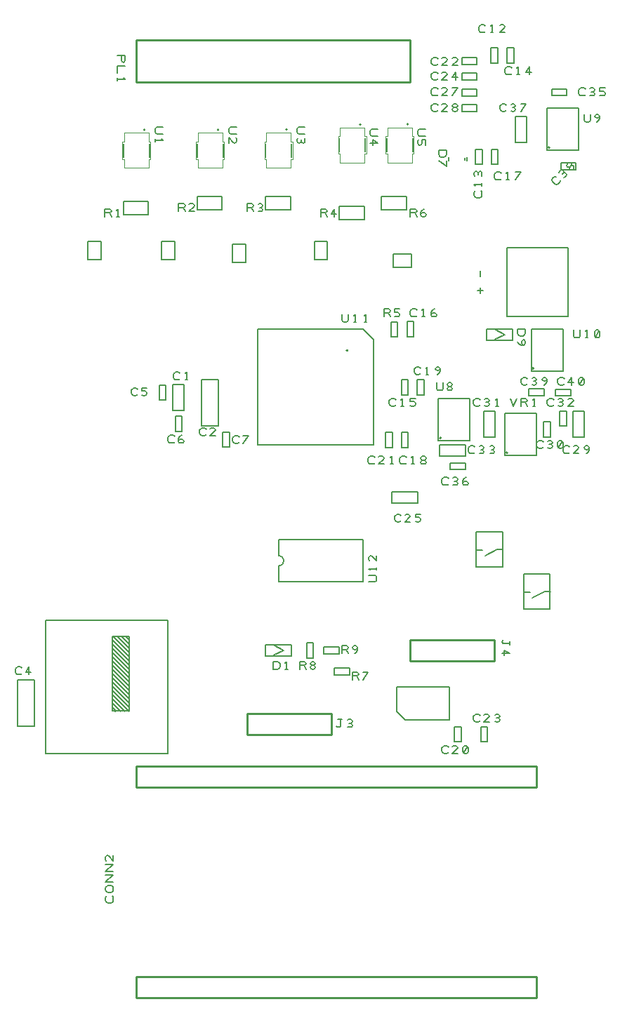
<source format=gbr>
G04 DesignSpark PCB Gerber Version 9.0 Build 5138 *
%FSLAX35Y35*%
%MOIN*%
%ADD138C,0.00197*%
%ADD93C,0.00500*%
%ADD136C,0.00600*%
%ADD137C,0.00787*%
%ADD10C,0.00800*%
%ADD135C,0.01000*%
X0Y0D02*
D02*
D10*
X88250Y291950D02*
X82950D01*
Y304250*
X88250*
Y291950*
X178100Y325600D02*
Y275600D01*
X123100*
Y330600*
X173100*
X178100Y325600*
X186950Y247950D02*
Y253250D01*
X199250*
Y247950*
X186950*
X208840Y297718D02*
X223840D01*
Y277718*
X208840*
Y297718*
X209948Y279453D02*
G75*
G03Y278559J-447D01*
G01*
G75*
G03Y279453J447*
G01*
X221750Y275750D02*
Y270450D01*
X209450*
Y275750*
X221750*
X230450Y291750D02*
X235750D01*
Y279450*
X230450*
Y291750*
X240600Y290600D02*
X255600D01*
Y270600*
X240600*
Y290600*
X241359Y272407D02*
G75*
G03Y271514J-447D01*
G01*
G75*
G03Y272407J447*
G01*
X253100Y330600D02*
X268100D01*
Y310600*
X253100*
Y330600*
X253859Y312407D02*
G75*
G03Y311514J-447D01*
G01*
G75*
G03Y312407J447*
G01*
X260600Y435600D02*
X275600D01*
Y415600*
X260600*
Y435600*
X261359Y417407D02*
G75*
G03Y416514J-447D01*
G01*
G75*
G03Y417407J447*
G01*
X272950Y291750D02*
X278250D01*
Y279450*
X272950*
Y291750*
D02*
D93*
X11225Y167163D02*
X10913Y166850D01*
X10287Y166537*
X9350*
X8725Y166850*
X8413Y167163*
X8100Y167787*
Y169037*
X8413Y169663*
X8725Y169975*
X9350Y170287*
X10287*
X10913Y169975*
X11225Y169663*
X14663Y166537D02*
Y170287D01*
X13100Y167787*
X15600*
X9100Y164100D02*
Y142100D01*
X17100*
Y164100*
X9100*
X22600Y192300D02*
Y128900D01*
X80600*
Y192300*
X22600*
X42509Y372309D02*
Y363648D01*
X48809*
Y372309*
X42509*
X50600Y384037D02*
Y387787D01*
X52787*
X53413Y387475*
X53725Y386850*
X53413Y386225*
X52787Y385913*
X50600*
X52787D02*
X53725Y384037D01*
X56225D02*
X57475D01*
X56850D02*
Y387787D01*
X56225Y387163*
X54200Y184600D02*
Y149200D01*
X62100*
Y184600*
X54200*
X54037Y61225D02*
X54350Y60913D01*
X54663Y60287*
Y59350*
X54350Y58725*
X54037Y58413*
X53413Y58100*
X52163*
X51537Y58413*
X51225Y58725*
X50913Y59350*
Y60287*
X51225Y60913*
X51537Y61225*
X53413Y63100D02*
X52163D01*
X51537Y63413*
X51225Y63725*
X50913Y64350*
Y64975*
X51225Y65600*
X51537Y65913*
X52163Y66225*
X53413*
X54037Y65913*
X54350Y65600*
X54663Y64975*
Y64350*
X54350Y63725*
X54037Y63413*
X53413Y63100*
X54663Y68100D02*
X50913D01*
X54663Y71225*
X50913*
X54663Y73100D02*
X50913D01*
X54663Y76225*
X50913*
X54663Y80600D02*
Y78100D01*
X52475Y80287*
X51850Y80600*
X51225Y80287*
X50913Y79663*
Y78725*
X51225Y78100*
X55600Y149100D02*
Y149600D01*
X54600Y150600*
X56537Y460600D02*
X60287D01*
Y458413*
X59975Y457787*
X59350Y457475*
X58725Y457787*
X58413Y458413*
Y460600*
X60287Y455600D02*
X56537D01*
Y452475*
Y449975D02*
Y448725D01*
Y449350D02*
X60287D01*
X59663Y449975*
X58100Y149100D02*
X54600Y152600D01*
X59458Y418750D02*
Y412450D01*
X60100Y149100D02*
X54600Y154600D01*
X60600Y184600D02*
X62100Y183100D01*
Y181100*
X58600Y184600*
X56600*
X62100Y179100*
Y177100*
X54600Y184600*
X62100Y149100D02*
X54600Y156600D01*
X62100Y151100D02*
X54600Y158600D01*
X62100Y153100D02*
X54600Y160600D01*
X62100Y155100D02*
X54600Y162600D01*
X62100Y157100D02*
X54600Y164600D01*
X62100Y159100D02*
X54600Y166600D01*
X62100Y161100D02*
X54600Y168600D01*
X62100Y163100D02*
X54600Y170600D01*
X62100Y165100D02*
X54600Y172600D01*
X62100Y167100D02*
X54600Y174600D01*
X62100Y169100D02*
X54600Y176600D01*
X62100Y171100D02*
X54600Y178600D01*
X62100Y173100D02*
X54600Y180600D01*
X62100Y175100D02*
X54600Y182600D01*
X66225Y299663D02*
X65913Y299350D01*
X65287Y299037*
X64350*
X63725Y299350*
X63413Y299663*
X63100Y300287*
Y301537*
X63413Y302163*
X63725Y302475*
X64350Y302787*
X65287*
X65913Y302475*
X66225Y302163*
X68100Y299350D02*
X68725Y299037D01*
X69663*
X70287Y299350*
X70600Y299975*
Y300287*
X70287Y300913*
X69663Y301225*
X68100*
Y302787*
X70600*
X71200Y385000D02*
X59500D01*
Y391250*
X71200*
Y385000*
X71742Y412450D02*
Y418750D01*
X78161Y426624D02*
X75349D01*
X74724Y426311*
X74411Y425686*
Y424436*
X74724Y423811*
X75349Y423498*
X78161*
X74411Y420998D02*
Y419748D01*
Y420374D02*
X78161D01*
X77537Y420998*
X77509Y372309D02*
Y363648D01*
X83809*
Y372309*
X77509*
X79600Y297000D02*
X76400D01*
Y304100*
X79600*
Y297000*
X83725Y277163D02*
X83413Y276850D01*
X82787Y276537*
X81850*
X81225Y276850*
X80913Y277163*
X80600Y277787*
Y279037*
X80913Y279663*
X81225Y279975*
X81850Y280287*
X82787*
X83413Y279975*
X83725Y279663*
X85600Y277475D02*
X85913Y278100D01*
X86537Y278413*
X87163*
X87787Y278100*
X88100Y277475*
X87787Y276850*
X87163Y276537*
X86537*
X85913Y276850*
X85600Y277475*
Y278413*
X85913Y279350*
X86537Y279975*
X87163Y280287*
X86225Y307163D02*
X85913Y306850D01*
X85287Y306537*
X84350*
X83725Y306850*
X83413Y307163*
X83100Y307787*
Y309037*
X83413Y309663*
X83725Y309975*
X84350Y310287*
X85287*
X85913Y309975*
X86225Y309663*
X88725Y306537D02*
X89975D01*
X89350D02*
Y310287D01*
X88725Y309663*
X84100Y289200D02*
X87300D01*
Y282100*
X84100*
Y289200*
X85600Y386537D02*
Y390287D01*
X87787*
X88413Y389975*
X88725Y389350*
X88413Y388725*
X87787Y388413*
X85600*
X87787D02*
X88725Y386537D01*
X93100D02*
X90600D01*
X92787Y388725*
X93100Y389350*
X92787Y389975*
X92163Y390287*
X91225*
X90600Y389975*
X94458Y418750D02*
Y412450D01*
X98725Y280663D02*
X98413Y280350D01*
X97787Y280037*
X96850*
X96225Y280350*
X95913Y280663*
X95600Y281287*
Y282537*
X95913Y283163*
X96225Y283475*
X96850Y283787*
X97787*
X98413Y283475*
X98725Y283163*
X103100Y280037D02*
X100600D01*
X102787Y282225*
X103100Y282850*
X102787Y283475*
X102163Y283787*
X101225*
X100600Y283475*
X96600Y306600D02*
Y284600D01*
X104600*
Y306600*
X96600*
X106200Y387500D02*
X94500D01*
Y393750*
X106200*
Y387500*
X106600Y281700D02*
X109800D01*
Y274600*
X106600*
Y281700*
X106742Y412450D02*
Y418750D01*
X113161Y426624D02*
X110349D01*
X109724Y426311*
X109411Y425686*
Y424436*
X109724Y423811*
X110349Y423498*
X113161*
X109411Y419124D02*
Y421624D01*
X111599Y419436*
X112224Y419124*
X112849Y419436*
X113161Y420061*
Y420998*
X112849Y421624*
X111109Y370909D02*
Y362248D01*
X117409*
Y370909*
X111109*
X114425Y276963D02*
X114113Y276650D01*
X113487Y276337*
X112550*
X111925Y276650*
X111613Y276963*
X111300Y277587*
Y278837*
X111613Y279463*
X111925Y279775*
X112550Y280087*
X113487*
X114113Y279775*
X114425Y279463*
X116300Y276337D02*
X118800Y280087D01*
X116300*
X118100Y386537D02*
Y390287D01*
X120287*
X120913Y389975*
X121225Y389350*
X120913Y388725*
X120287Y388413*
X118100*
X120287D02*
X121225Y386537D01*
X123413Y386850D02*
X124037Y386537D01*
X124663*
X125287Y386850*
X125600Y387475*
X125287Y388100*
X124663Y388413*
X124037*
X124663D02*
X125287Y388725D01*
X125600Y389350*
X125287Y389975*
X124663Y390287*
X124037*
X123413Y389975*
X126958Y418750D02*
Y412450D01*
X130600Y169037D02*
Y172787D01*
X132475*
X133100Y172475*
X133413Y172163*
X133725Y171537*
Y170287*
X133413Y169663*
X133100Y169350*
X132475Y169037*
X130600*
X136225D02*
X137475D01*
X136850D02*
Y172787D01*
X136225Y172163*
X130600Y180600D02*
X135600Y178100D01*
X130600Y175600*
X133100Y230600D02*
Y223100D01*
G75*
G02X135600Y220600J-2500*
G01*
G75*
G02X133100Y218100I-2500*
G01*
Y210600*
X173100*
Y230600*
X133100*
X138700Y387500D02*
X127000D01*
Y393750*
X138700*
Y387500*
X139242Y412450D02*
Y418750D01*
X139250Y180750D02*
Y175450D01*
X126950*
Y180750*
X139250*
X145661Y426624D02*
X142849D01*
X142224Y426311*
X141911Y425686*
Y424436*
X142224Y423811*
X142849Y423498*
X145661*
X142224Y421311D02*
X141911Y420686D01*
Y420061*
X142224Y419436*
X142849Y419124*
X143474Y419436*
X143787Y420061*
Y420686*
Y420061D02*
X144099Y419436D01*
X144724Y419124*
X145349Y419436*
X145661Y420061*
Y420686*
X145349Y421311*
X143100Y169037D02*
Y172787D01*
X145287*
X145913Y172475*
X146225Y171850*
X145913Y171225*
X145287Y170913*
X143100*
X145287D02*
X146225Y169037D01*
X149037Y170913D02*
X149663D01*
X150287Y171225*
X150600Y171850*
X150287Y172475*
X149663Y172787*
X149037*
X148413Y172475*
X148100Y171850*
X148413Y171225*
X149037Y170913*
X148413Y170600*
X148100Y169975*
X148413Y169350*
X149037Y169037*
X149663*
X150287Y169350*
X150600Y169975*
X150287Y170600*
X149663Y170913*
X149600Y174500D02*
X146400D01*
Y181600*
X149600*
Y174500*
X150009Y372309D02*
Y363648D01*
X156309*
Y372309*
X150009*
X153100Y384037D02*
Y387787D01*
X155287*
X155913Y387475*
X156225Y386850*
X155913Y386225*
X155287Y385913*
X153100*
X155287D02*
X156225Y384037D01*
X159663D02*
Y387787D01*
X158100Y385287*
X160600*
Y142163D02*
X160913Y141850D01*
X161537Y141537*
X162163Y141850*
X162475Y142163*
Y145287*
X163100*
X162475D02*
X161225D01*
X165913Y141850D02*
X166537Y141537D01*
X167163*
X167787Y141850*
X168100Y142475*
X167787Y143100*
X167163Y143413*
X166537*
X167163D02*
X167787Y143725D01*
X168100Y144350*
X167787Y144975*
X167163Y145287*
X166537*
X165913Y144975*
X161700Y179600D02*
Y176400D01*
X154600*
Y179600*
X161700*
X161958Y421250D02*
Y414950D01*
X163100Y176537D02*
Y180287D01*
X165287*
X165913Y179975*
X166225Y179350*
X165913Y178725*
X165287Y178413*
X163100*
X165287D02*
X166225Y176537D01*
X169037D02*
X169663Y176850D01*
X170287Y177475*
X170600Y178413*
Y179350*
X170287Y179975*
X169663Y180287*
X169037*
X168413Y179975*
X168100Y179350*
X168413Y178725*
X169037Y178413*
X169663*
X170287Y178725*
X170600Y179350*
X163100Y337787D02*
Y334975D01*
X163413Y334350*
X164037Y334037*
X165287*
X165913Y334350*
X166225Y334975*
Y337787*
X168725Y334037D02*
X169975D01*
X169350D02*
Y337787D01*
X168725Y337163*
X173725Y334037D02*
X174975D01*
X174350D02*
Y337787D01*
X173725Y337163*
X166700Y169600D02*
Y166400D01*
X159600*
Y169600*
X166700*
X168100Y164037D02*
Y167787D01*
X170287*
X170913Y167475*
X171225Y166850*
X170913Y166225*
X170287Y165913*
X168100*
X170287D02*
X171225Y164037D01*
X173100D02*
X175600Y167787D01*
X173100*
X173700Y382634D02*
X162000D01*
Y388884*
X173700*
Y382634*
X174242Y414950D02*
Y421250D01*
X178725Y267163D02*
X178413Y266850D01*
X177787Y266537*
X176850*
X176225Y266850*
X175913Y267163*
X175600Y267787*
Y269037*
X175913Y269663*
X176225Y269975*
X176850Y270287*
X177787*
X178413Y269975*
X178725Y269663*
X183100Y266537D02*
X180600D01*
X182787Y268725*
X183100Y269350*
X182787Y269975*
X182163Y270287*
X181225*
X180600Y269975*
X186225Y266537D02*
X187475D01*
X186850D02*
Y270287D01*
X186225Y269663*
X180287Y425600D02*
X177475D01*
X176850Y425287*
X176537Y424663*
Y423413*
X176850Y422787*
X177475Y422475*
X180287*
X176537Y419037D02*
X180287D01*
X177787Y420600*
Y418100*
X175913Y210600D02*
X178725D01*
X179350Y210913*
X179663Y211537*
Y212787*
X179350Y213413*
X178725Y213725*
X175913*
X179663Y216225D02*
Y217475D01*
Y216850D02*
X175913D01*
X176537Y216225*
X179663Y223100D02*
Y220600D01*
X177475Y222787*
X176850Y223100*
X176225Y222787*
X175913Y222163*
Y221225*
X176225Y220600*
X183100Y336537D02*
Y340287D01*
X185287*
X185913Y339975*
X186225Y339350*
X185913Y338725*
X185287Y338413*
X183100*
X185287D02*
X186225Y336537D01*
X188100Y336850D02*
X188725Y336537D01*
X189663*
X190287Y336850*
X190600Y337475*
Y337787*
X190287Y338413*
X189663Y338725*
X188100*
Y340287*
X190600*
X184458Y421250D02*
Y414950D01*
X188725Y294663D02*
X188413Y294350D01*
X187787Y294037*
X186850*
X186225Y294350*
X185913Y294663*
X185600Y295287*
Y296537*
X185913Y297163*
X186225Y297475*
X186850Y297787*
X187787*
X188413Y297475*
X188725Y297163*
X191225Y294037D02*
X192475D01*
X191850D02*
Y297787D01*
X191225Y297163*
X195600Y294350D02*
X196225Y294037D01*
X197163*
X197787Y294350*
X198100Y294975*
Y295287*
X197787Y295913*
X197163Y296225*
X195600*
Y297787*
X198100*
X187100Y274500D02*
X183900D01*
Y281600*
X187100*
Y274500*
X191225Y239663D02*
X190913Y239350D01*
X190287Y239037*
X189350*
X188725Y239350*
X188413Y239663*
X188100Y240287*
Y241537*
X188413Y242163*
X188725Y242475*
X189350Y242787*
X190287*
X190913Y242475*
X191225Y242163*
X195600Y239037D02*
X193100D01*
X195287Y241225*
X195600Y241850*
X195287Y242475*
X194663Y242787*
X193725*
X193100Y242475*
X198100Y239350D02*
X198725Y239037D01*
X199663*
X200287Y239350*
X200600Y239975*
Y240287*
X200287Y240913*
X199663Y241225*
X198100*
Y242787*
X200600*
X189600Y327000D02*
X186400D01*
Y334100*
X189600*
Y327000*
X193725Y267163D02*
X193413Y266850D01*
X192787Y266537*
X191850*
X191225Y266850*
X190913Y267163*
X190600Y267787*
Y269037*
X190913Y269663*
X191225Y269975*
X191850Y270287*
X192787*
X193413Y269975*
X193725Y269663*
X196225Y266537D02*
X197475D01*
X196850D02*
Y270287D01*
X196225Y269663*
X201537Y268413D02*
X202163D01*
X202787Y268725*
X203100Y269350*
X202787Y269975*
X202163Y270287*
X201537*
X200913Y269975*
X200600Y269350*
X200913Y268725*
X201537Y268413*
X200913Y268100*
X200600Y267475*
X200913Y266850*
X201537Y266537*
X202163*
X202787Y266850*
X203100Y267475*
X202787Y268100*
X202163Y268413*
X193100Y144900D02*
X214300D01*
Y160700*
X189100*
Y148900*
X193100Y144900*
X193700Y387500D02*
X182000D01*
Y393750*
X193700*
Y387500*
X194100Y334200D02*
X197300D01*
Y327100*
X194100*
Y334200*
X194600Y274500D02*
X191400D01*
Y281600*
X194600*
Y274500*
Y299500D02*
X191400D01*
Y306600*
X194600*
Y299500*
X198725Y337163D02*
X198413Y336850D01*
X197787Y336537*
X196850*
X196225Y336850*
X195913Y337163*
X195600Y337787*
Y339037*
X195913Y339663*
X196225Y339975*
X196850Y340287*
X197787*
X198413Y339975*
X198725Y339663*
X201225Y336537D02*
X202475D01*
X201850D02*
Y340287D01*
X201225Y339663*
X205600Y337475D02*
X205913Y338100D01*
X206537Y338413*
X207163*
X207787Y338100*
X208100Y337475*
X207787Y336850*
X207163Y336537*
X206537*
X205913Y336850*
X205600Y337475*
Y338413*
X205913Y339350*
X206537Y339975*
X207163Y340287*
X195600Y384037D02*
Y387787D01*
X197787*
X198413Y387475*
X198725Y386850*
X198413Y386225*
X197787Y385913*
X195600*
X197787D02*
X198725Y384037D01*
X200600Y384975D02*
X200913Y385600D01*
X201537Y385913*
X202163*
X202787Y385600*
X203100Y384975*
X202787Y384350*
X202163Y384037*
X201537*
X200913Y384350*
X200600Y384975*
Y385913*
X200913Y386850*
X201537Y387475*
X202163Y387787*
X196112Y366191D02*
X187450D01*
Y359891*
X196112*
Y366191*
X196742Y414950D02*
Y421250D01*
X200525Y309663D02*
X200213Y309350D01*
X199587Y309037*
X198650*
X198025Y309350*
X197713Y309663*
X197400Y310287*
Y311537*
X197713Y312163*
X198025Y312475*
X198650Y312787*
X199587*
X200213Y312475*
X200525Y312163*
X203025Y309037D02*
X204275D01*
X203650D02*
Y312787D01*
X203025Y312163*
X208337Y309037D02*
X208963Y309350D01*
X209587Y309975*
X209900Y310913*
Y311850*
X209587Y312475*
X208963Y312787*
X208337*
X207713Y312475*
X207400Y311850*
X207713Y311225*
X208337Y310913*
X208963*
X209587Y311225*
X209900Y311850*
X202787Y425600D02*
X199975D01*
X199350Y425287*
X199037Y424663*
Y423413*
X199350Y422787*
X199975Y422475*
X202787*
X199350Y420600D02*
X199037Y419975D01*
Y419037*
X199350Y418413*
X199975Y418100*
X200287*
X200913Y418413*
X201225Y419037*
Y420600*
X202787*
Y418100*
X202100Y299500D02*
X198900D01*
Y306600*
X202100*
Y299500*
X208725Y434663D02*
X208413Y434350D01*
X207787Y434037*
X206850*
X206225Y434350*
X205913Y434663*
X205600Y435287*
Y436537*
X205913Y437163*
X206225Y437475*
X206850Y437787*
X207787*
X208413Y437475*
X208725Y437163*
X213100Y434037D02*
X210600D01*
X212787Y436225*
X213100Y436850*
X212787Y437475*
X212163Y437787*
X211225*
X210600Y437475*
X216537Y435913D02*
X217163D01*
X217787Y436225*
X218100Y436850*
X217787Y437475*
X217163Y437787*
X216537*
X215913Y437475*
X215600Y436850*
X215913Y436225*
X216537Y435913*
X215913Y435600*
X215600Y434975*
X215913Y434350*
X216537Y434037*
X217163*
X217787Y434350*
X218100Y434975*
X217787Y435600*
X217163Y435913*
X208725Y442163D02*
X208413Y441850D01*
X207787Y441537*
X206850*
X206225Y441850*
X205913Y442163*
X205600Y442787*
Y444037*
X205913Y444663*
X206225Y444975*
X206850Y445287*
X207787*
X208413Y444975*
X208725Y444663*
X213100Y441537D02*
X210600D01*
X212787Y443725*
X213100Y444350*
X212787Y444975*
X212163Y445287*
X211225*
X210600Y444975*
X215600Y441537D02*
X218100Y445287D01*
X215600*
X208725Y449663D02*
X208413Y449350D01*
X207787Y449037*
X206850*
X206225Y449350*
X205913Y449663*
X205600Y450287*
Y451537*
X205913Y452163*
X206225Y452475*
X206850Y452787*
X207787*
X208413Y452475*
X208725Y452163*
X213100Y449037D02*
X210600D01*
X212787Y451225*
X213100Y451850*
X212787Y452475*
X212163Y452787*
X211225*
X210600Y452475*
X217163Y449037D02*
Y452787D01*
X215600Y450287*
X218100*
X208725Y456563D02*
X208413Y456250D01*
X207787Y455937*
X206850*
X206225Y456250*
X205913Y456563*
X205600Y457187*
Y458437*
X205913Y459063*
X206225Y459375*
X206850Y459687*
X207787*
X208413Y459375*
X208725Y459063*
X213100Y455937D02*
X210600D01*
X212787Y458125*
X213100Y458750*
X212787Y459375*
X212163Y459687*
X211225*
X210600Y459375*
X218100Y455937D02*
X215600D01*
X217787Y458125*
X218100Y458750*
X217787Y459375*
X217163Y459687*
X216225*
X215600Y459375*
X208100Y305287D02*
Y302475D01*
X208413Y301850*
X209037Y301537*
X210287*
X210913Y301850*
X211225Y302475*
Y305287*
X214037Y303413D02*
X214663D01*
X215287Y303725*
X215600Y304350*
X215287Y304975*
X214663Y305287*
X214037*
X213413Y304975*
X213100Y304350*
X213413Y303725*
X214037Y303413*
X213413Y303100*
X213100Y302475*
X213413Y301850*
X214037Y301537*
X214663*
X215287Y301850*
X215600Y302475*
X215287Y303100*
X214663Y303413*
X209037Y415600D02*
X212787D01*
Y413725*
X212475Y413100*
X212163Y412787*
X211537Y412475*
X210287*
X209663Y412787*
X209350Y413100*
X209037Y413725*
Y415600*
Y410600D02*
X212787Y408100D01*
Y410600*
X213725Y129663D02*
X213413Y129350D01*
X212787Y129037*
X211850*
X211225Y129350*
X210913Y129663*
X210600Y130287*
Y131537*
X210913Y132163*
X211225Y132475*
X211850Y132787*
X212787*
X213413Y132475*
X213725Y132163*
X218100Y129037D02*
X215600D01*
X217787Y131225*
X218100Y131850*
X217787Y132475*
X217163Y132787*
X216225*
X215600Y132475*
X220913Y129350D02*
X221537Y129037D01*
X222163*
X222787Y129350*
X223100Y129975*
Y131850*
X222787Y132475*
X222163Y132787*
X221537*
X220913Y132475*
X220600Y131850*
Y129975*
X220913Y129350*
X222787Y132475*
X213725Y257163D02*
X213413Y256850D01*
X212787Y256537*
X211850*
X211225Y256850*
X210913Y257163*
X210600Y257787*
Y259037*
X210913Y259663*
X211225Y259975*
X211850Y260287*
X212787*
X213413Y259975*
X213725Y259663*
X215913Y256850D02*
X216537Y256537D01*
X217163*
X217787Y256850*
X218100Y257475*
X217787Y258100*
X217163Y258413*
X216537*
X217163D02*
X217787Y258725D01*
X218100Y259350*
X217787Y259975*
X217163Y260287*
X216537*
X215913Y259975*
X220600Y257475D02*
X220913Y258100D01*
X221537Y258413*
X222163*
X222787Y258100*
X223100Y257475*
X222787Y256850*
X222163Y256537*
X221537*
X220913Y256850*
X220600Y257475*
Y258413*
X220913Y259350*
X221537Y259975*
X222163Y260287*
X216600Y141700D02*
X219800D01*
Y134600*
X216600*
Y141700*
X221700Y267100D02*
Y263900D01*
X214600*
Y267100*
X221700*
X226225Y272163D02*
X225913Y271850D01*
X225287Y271537*
X224350*
X223725Y271850*
X223413Y272163*
X223100Y272787*
Y274037*
X223413Y274663*
X223725Y274975*
X224350Y275287*
X225287*
X225913Y274975*
X226225Y274663*
X228413Y271850D02*
X229037Y271537D01*
X229663*
X230287Y271850*
X230600Y272475*
X230287Y273100*
X229663Y273413*
X229037*
X229663D02*
X230287Y273725D01*
X230600Y274350*
X230287Y274975*
X229663Y275287*
X229037*
X228413Y274975*
X233413Y271850D02*
X234037Y271537D01*
X234663*
X235287Y271850*
X235600Y272475*
X235287Y273100*
X234663Y273413*
X234037*
X234663D02*
X235287Y273725D01*
X235600Y274350*
X235287Y274975*
X234663Y275287*
X234037*
X233413Y274975*
X228725Y144663D02*
X228413Y144350D01*
X227787Y144037*
X226850*
X226225Y144350*
X225913Y144663*
X225600Y145287*
Y146537*
X225913Y147163*
X226225Y147475*
X226850Y147787*
X227787*
X228413Y147475*
X228725Y147163*
X233100Y144037D02*
X230600D01*
X232787Y146225*
X233100Y146850*
X232787Y147475*
X232163Y147787*
X231225*
X230600Y147475*
X235913Y144350D02*
X236537Y144037D01*
X237163*
X237787Y144350*
X238100Y144975*
X237787Y145600*
X237163Y145913*
X236537*
X237163D02*
X237787Y146225D01*
X238100Y146850*
X237787Y147475*
X237163Y147787*
X236537*
X235913Y147475*
X228725Y294663D02*
X228413Y294350D01*
X227787Y294037*
X226850*
X226225Y294350*
X225913Y294663*
X225600Y295287*
Y296537*
X225913Y297163*
X226225Y297475*
X226850Y297787*
X227787*
X228413Y297475*
X228725Y297163*
X230913Y294350D02*
X231537Y294037D01*
X232163*
X232787Y294350*
X233100Y294975*
X232787Y295600*
X232163Y295913*
X231537*
X232163D02*
X232787Y296225D01*
X233100Y296850*
X232787Y297475*
X232163Y297787*
X231537*
X230913Y297475*
X236225Y294037D02*
X237475D01*
X236850D02*
Y297787D01*
X236225Y297163*
X226500Y416100D02*
X229700D01*
Y409000*
X226500*
Y416100*
X226900Y217700D02*
X239500D01*
Y234200*
X226900*
Y217700*
X227100Y225800D02*
X229900D01*
X227200Y452200D02*
Y449000D01*
X220100*
Y452200*
X227200*
X227200Y437200D02*
Y434000D01*
X220100*
Y437200*
X227200*
Y444700D02*
Y441500D01*
X220100*
Y444700*
X227200*
Y459700D02*
Y456500D01*
X220100*
Y459700*
X227200*
X231225Y472163D02*
X230913Y471850D01*
X230287Y471537*
X229350*
X228725Y471850*
X228413Y472163*
X228100Y472787*
Y474037*
X228413Y474663*
X228725Y474975*
X229350Y475287*
X230287*
X230913Y474975*
X231225Y474663*
X233725Y471537D02*
X234975D01*
X234350D02*
Y475287D01*
X233725Y474663*
X240600Y471537D02*
X238100D01*
X240287Y473725*
X240600Y474350*
X240287Y474975*
X239663Y475287*
X238725*
X238100Y474975*
X229100Y141700D02*
X232300D01*
Y134600*
X229100*
Y141700*
X229037Y396225D02*
X229350Y395913D01*
X229663Y395287*
Y394350*
X229350Y393725*
X229037Y393413*
X228413Y393100*
X227163*
X226537Y393413*
X226225Y393725*
X225913Y394350*
Y395287*
X226225Y395913*
X226537Y396225*
X229663Y398725D02*
Y399975D01*
Y399350D02*
X225913D01*
X226537Y398725*
X229350Y403413D02*
X229663Y404037D01*
Y404663*
X229350Y405287*
X228725Y405600*
X228100Y405287*
X227787Y404663*
Y404037*
Y404663D02*
X227475Y405287D01*
X226850Y405600*
X226225Y405287*
X225913Y404663*
Y404037*
X226225Y403413*
X228913Y347700D02*
Y350200D01*
X230163Y348950D02*
X227663D01*
X228913Y355700D02*
Y358200D01*
X234000Y464200D02*
X237200D01*
Y457100*
X234000*
Y464200*
X234100Y416100D02*
X237300D01*
Y409000*
X234100*
Y416100*
X235600Y330600D02*
X240600Y328100D01*
X235600Y325600*
X238725Y402163D02*
X238413Y401850D01*
X237787Y401537*
X236850*
X236225Y401850*
X235913Y402163*
X235600Y402787*
Y404037*
X235913Y404663*
X236225Y404975*
X236850Y405287*
X237787*
X238413Y404975*
X238725Y404663*
X241225Y401537D02*
X242475D01*
X241850D02*
Y405287D01*
X241225Y404663*
X245600Y401537D02*
X248100Y405287D01*
X245600*
X239663Y183100D02*
X239350Y182787D01*
X239037Y182163*
X239350Y181537*
X239663Y181225*
X242787*
Y180600*
Y181225D02*
Y182475D01*
X239037Y176537D02*
X242787D01*
X240287Y178100*
Y175600*
X241225Y434663D02*
X240913Y434350D01*
X240287Y434037*
X239350*
X238725Y434350*
X238413Y434663*
X238100Y435287*
Y436537*
X238413Y437163*
X238725Y437475*
X239350Y437787*
X240287*
X240913Y437475*
X241225Y437163*
X243413Y434350D02*
X244037Y434037D01*
X244663*
X245287Y434350*
X245600Y434975*
X245287Y435600*
X244663Y435913*
X244037*
X244663D02*
X245287Y436225D01*
X245600Y436850*
X245287Y437475*
X244663Y437787*
X244037*
X243413Y437475*
X248100Y434037D02*
X250600Y437787D01*
X248100*
X239600Y225900D02*
X236900D01*
X231100Y222900*
X243725Y452163D02*
X243413Y451850D01*
X242787Y451537*
X241850*
X241225Y451850*
X240913Y452163*
X240600Y452787*
Y454037*
X240913Y454663*
X241225Y454975*
X241850Y455287*
X242787*
X243413Y454975*
X243725Y454663*
X246225Y451537D02*
X247475D01*
X246850D02*
Y455287D01*
X246225Y454663*
X252163Y451537D02*
Y455287D01*
X250600Y452787*
X253100*
X241500Y464200D02*
X244700D01*
Y457100*
X241500*
Y464200*
X243100Y297787D02*
X244663Y294037D01*
X246225Y297787*
X248100Y294037D02*
Y297787D01*
X250287*
X250913Y297475*
X251225Y296850*
X250913Y296225*
X250287Y295913*
X248100*
X250287D02*
X251225Y294037D01*
X253725D02*
X254975D01*
X254350D02*
Y297787D01*
X253725Y297163*
X244250Y330750D02*
Y325450D01*
X231950*
Y330750*
X244250*
X245450Y431750D02*
X250750D01*
Y419450*
X245450*
Y431750*
X246537Y330600D02*
X250287D01*
Y328725*
X249975Y328100*
X249663Y327787*
X249037Y327475*
X247787*
X247163Y327787*
X246850Y328100*
X246537Y328725*
Y330600*
Y324663D02*
X246850Y324037D01*
X247475Y323413*
X248413Y323100*
X249350*
X249975Y323413*
X250287Y324037*
Y324663*
X249975Y325287*
X249350Y325600*
X248725Y325287*
X248413Y324663*
Y324037*
X248725Y323413*
X249350Y323100*
X251225Y304663D02*
X250913Y304350D01*
X250287Y304037*
X249350*
X248725Y304350*
X248413Y304663*
X248100Y305287*
Y306537*
X248413Y307163*
X248725Y307475*
X249350Y307787*
X250287*
X250913Y307475*
X251225Y307163*
X253413Y304350D02*
X254037Y304037D01*
X254663*
X255287Y304350*
X255600Y304975*
X255287Y305600*
X254663Y305913*
X254037*
X254663D02*
X255287Y306225D01*
X255600Y306850*
X255287Y307475*
X254663Y307787*
X254037*
X253413Y307475*
X259037Y304037D02*
X259663Y304350D01*
X260287Y304975*
X260600Y305913*
Y306850*
X260287Y307475*
X259663Y307787*
X259037*
X258413Y307475*
X258100Y306850*
X258413Y306225*
X259037Y305913*
X259663*
X260287Y306225*
X260600Y306850*
X249400Y197700D02*
X262000D01*
Y214200*
X249400*
Y197700*
X249600Y205800D02*
X252400D01*
X252000Y299100D02*
Y302300D01*
X259100*
Y299100*
X252000*
X258725Y274663D02*
X258413Y274350D01*
X257787Y274037*
X256850*
X256225Y274350*
X255913Y274663*
X255600Y275287*
Y276537*
X255913Y277163*
X256225Y277475*
X256850Y277787*
X257787*
X258413Y277475*
X258725Y277163*
X260913Y274350D02*
X261537Y274037D01*
X262163*
X262787Y274350*
X263100Y274975*
X262787Y275600*
X262163Y275913*
X261537*
X262163D02*
X262787Y276225D01*
X263100Y276850*
X262787Y277475*
X262163Y277787*
X261537*
X260913Y277475*
X265913Y274350D02*
X266537Y274037D01*
X267163*
X267787Y274350*
X268100Y274975*
Y276850*
X267787Y277475*
X267163Y277787*
X266537*
X265913Y277475*
X265600Y276850*
Y274975*
X265913Y274350*
X267787Y277475*
X263725Y294663D02*
X263413Y294350D01*
X262787Y294037*
X261850*
X261225Y294350*
X260913Y294663*
X260600Y295287*
Y296537*
X260913Y297163*
X261225Y297475*
X261850Y297787*
X262787*
X263413Y297475*
X263725Y297163*
X265913Y294350D02*
X266537Y294037D01*
X267163*
X267787Y294350*
X268100Y294975*
X267787Y295600*
X267163Y295913*
X266537*
X267163D02*
X267787Y296225D01*
X268100Y296850*
X267787Y297475*
X267163Y297787*
X266537*
X265913Y297475*
X273100Y294037D02*
X270600D01*
X272787Y296225*
X273100Y296850*
X272787Y297475*
X272163Y297787*
X271225*
X270600Y297475*
X262100Y205900D02*
X259400D01*
X253600Y202900*
X262100Y279500D02*
X258900D01*
Y286600*
X262100*
Y279500*
X262740Y441600D02*
Y444800D01*
X269840*
Y441600*
X262740*
X268725Y304663D02*
X268413Y304350D01*
X267787Y304037*
X266850*
X266225Y304350*
X265913Y304663*
X265600Y305287*
Y306537*
X265913Y307163*
X266225Y307475*
X266850Y307787*
X267787*
X268413Y307475*
X268725Y307163*
X272163Y304037D02*
Y307787D01*
X270600Y305287*
X273100*
X275913Y304350D02*
X276537Y304037D01*
X277163*
X277787Y304350*
X278100Y304975*
Y306850*
X277787Y307475*
X277163Y307787*
X276537*
X275913Y307475*
X275600Y306850*
Y304975*
X275913Y304350*
X277787Y307475*
X266705Y401415D02*
Y400973D01*
X266484Y400309*
X265821Y399647*
X265158Y399426*
X264716*
X264053Y399647*
X263169Y400531*
X262948Y401194*
Y401636*
X263169Y402298*
X263832Y402961*
X264495Y403183*
X264937*
X268473Y402741D02*
X269135Y402961D01*
X269578Y403403*
X269798Y404066*
X269577Y404729*
X268915Y404950*
X268252Y404729*
X267809Y404287*
X268252Y404729D02*
X268472Y405392D01*
X268252Y406055*
X267589Y406276*
X266926Y406055*
X266484Y405613*
X266263Y404950*
X271345Y407823D02*
X271787Y408265D01*
X272008Y408928*
X271787Y409591*
X271124Y409811*
X270461Y409591*
X270019Y409148*
X269798Y408486*
X270019Y407823*
X270682Y407602*
X271345Y407823*
X271124Y407160*
X271345Y406497*
X272008Y406276*
X272671Y406497*
X273113Y406939*
X273334Y407602*
X273113Y408265*
X272450Y408485*
X271787Y408265*
X266600Y291700D02*
X269800D01*
Y284600*
X266600*
Y291700*
X271225Y272163D02*
X270913Y271850D01*
X270287Y271537*
X269350*
X268725Y271850*
X268413Y272163*
X268100Y272787*
Y274037*
X268413Y274663*
X268725Y274975*
X269350Y275287*
X270287*
X270913Y274975*
X271225Y274663*
X275600Y271537D02*
X273100D01*
X275287Y273725*
X275600Y274350*
X275287Y274975*
X274663Y275287*
X273725*
X273100Y274975*
X279037Y271537D02*
X279663Y271850D01*
X280287Y272475*
X280600Y273413*
Y274350*
X280287Y274975*
X279663Y275287*
X279037*
X278413Y274975*
X278100Y274350*
X278413Y273725*
X279037Y273413*
X279663*
X280287Y273725*
X280600Y274350*
X270600Y336700D02*
Y369200D01*
X241600*
Y336700*
X270600*
X271700Y302100D02*
Y298900D01*
X264600*
Y302100*
X271700*
X273100Y330287D02*
Y327475D01*
X273413Y326850*
X274037Y326537*
X275287*
X275913Y326850*
X276225Y327475*
Y330287*
X278725Y326537D02*
X279975D01*
X279350D02*
Y330287D01*
X278725Y329663*
X283413Y326850D02*
X284037Y326537D01*
X284663*
X285287Y326850*
X285600Y327475*
Y329350*
X285287Y329975*
X284663Y330287*
X284037*
X283413Y329975*
X283100Y329350*
Y327475*
X283413Y326850*
X285287Y329975*
X274200Y409600D02*
Y406400D01*
X267100*
Y409600*
X274200*
X278725Y442163D02*
X278413Y441850D01*
X277787Y441537*
X276850*
X276225Y441850*
X275913Y442163*
X275600Y442787*
Y444037*
X275913Y444663*
X276225Y444975*
X276850Y445287*
X277787*
X278413Y444975*
X278725Y444663*
X280913Y441850D02*
X281537Y441537D01*
X282163*
X282787Y441850*
X283100Y442475*
X282787Y443100*
X282163Y443413*
X281537*
X282163D02*
X282787Y443725D01*
X283100Y444350*
X282787Y444975*
X282163Y445287*
X281537*
X280913Y444975*
X285600Y441850D02*
X286225Y441537D01*
X287163*
X287787Y441850*
X288100Y442475*
Y442787*
X287787Y443413*
X287163Y443725*
X285600*
Y445287*
X288100*
X278100Y432787D02*
Y429975D01*
X278413Y429350*
X279037Y429037*
X280287*
X280913Y429350*
X281225Y429975*
Y432787*
X284037Y429037D02*
X284663Y429350D01*
X285287Y429975*
X285600Y430913*
Y431850*
X285287Y432475*
X284663Y432787*
X284037*
X283413Y432475*
X283100Y431850*
X283413Y431225*
X284037Y430913*
X284663*
X285287Y431225*
X285600Y431850*
D02*
D135*
X65600Y13100D02*
X255600D01*
Y23100*
X65600*
Y13100*
Y113100D02*
X255600D01*
Y123100*
X65600*
Y113100*
X158100Y148100D02*
X118100D01*
Y138100*
X158100*
Y148100*
X165403Y320600D02*
G75*
G03X165797I197D01*
G01*
G75*
G03X165403I-197*
G01*
X195600Y468100D02*
X65600D01*
Y448100*
X195600*
Y468100*
X235600Y183100D02*
X195600D01*
Y173100*
X235600*
Y183100*
D02*
D136*
X213730Y412420D02*
Y410531D01*
X221504Y411990D02*
G75*
G03Y410961I1085J-515D01*
G01*
X222588Y410531D02*
Y412420D01*
D02*
D137*
X69340Y425049D02*
G75*
G03Y425836J394D01*
G01*
G75*
G03Y425049J-394*
G01*
X104340D02*
G75*
G03Y425836J394D01*
G01*
G75*
G03Y425049J-394*
G01*
X136840D02*
G75*
G03Y425836J394D01*
G01*
G75*
G03Y425049J-394*
G01*
X171840Y427549D02*
G75*
G03Y428336J394D01*
G01*
G75*
G03Y427549J-394*
G01*
X194340D02*
G75*
G03Y428336J394D01*
G01*
G75*
G03Y427549J-394*
G01*
D02*
D138*
X59734Y423907D02*
Y419734D01*
X58907*
Y411466*
X59734*
Y407293*
X71466*
Y411466*
X72293*
Y419734*
X71466*
Y423907*
X59734*
X94734D02*
Y419734D01*
X93907*
Y411466*
X94734*
Y407293*
X106466*
Y411466*
X107293*
Y419734*
X106466*
Y423907*
X94734*
X127234D02*
Y419734D01*
X126407*
Y411466*
X127234*
Y407293*
X138966*
Y411466*
X139793*
Y419734*
X138966*
Y423907*
X127234*
X162234Y426407D02*
Y422234D01*
X161407*
Y413966*
X162234*
Y409793*
X173966*
Y413966*
X174793*
Y422234*
X173966*
Y426407*
X162234*
X184734D02*
Y422234D01*
X183907*
Y413966*
X184734*
Y409793*
X196466*
Y413966*
X197293*
Y422234*
X196466*
Y426407*
X184734*
X0Y0D02*
M02*

</source>
